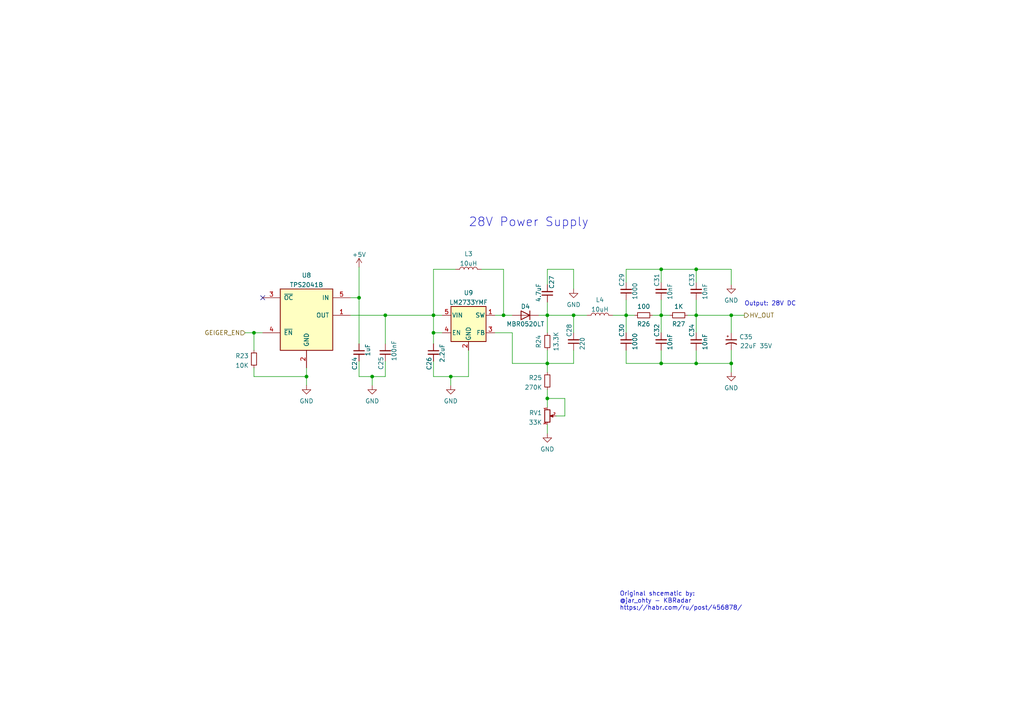
<source format=kicad_sch>
(kicad_sch (version 20211123) (generator eeschema)
  (paper "A4")
  (title_block (title "SiPM HV PSU") (date "2022-03-26") (rev "A0"))
  (lib_symbols
    (symbol "Device:CP1_Small" (pin_numbers hide) (pin_names (offset 0.254) hide)
      (property "Reference" "C" (at 0.254 1.778 0))
      (property "Value" "CP1_Small" (at 0.254 -2.032 0))
      (symbol "CP1_Small_0_1"
        (polyline (pts (xy -1.524 0.508) (xy 1.524 0.508)) (stroke (width 0.3048)))
        (polyline (pts (xy -1.27 1.524) (xy -0.762 1.524)))
        (polyline (pts (xy -1.016 1.27) (xy -1.016 1.778)))
        (arc (start 1.524 -0.762) (mid 0 -0.3734) (end -1.524 -0.762) (stroke (width 0.3048)))
      )
      (symbol "CP1_Small_1_1"
        (pin passive line (at 0 2.54 270) (length 2.032) (name "~") (number "1"))
        (pin passive line (at 0 -2.54 90) (length 2.032) (name "~") (number "2"))
      )
    )
    (symbol "Device:C_Small" (pin_numbers hide) (pin_names (offset 0.254) hide)
      (property "Reference" "C" (at 0.254 1.778 0))
      (property "Value" "C_Small" (at 0.254 -2.032 0))
      (symbol "C_Small_0_1"
        (polyline (pts (xy -1.524 -0.508) (xy 1.524 -0.508)) (stroke (width 0.3302)))
        (polyline (pts (xy -1.524 0.508) (xy 1.524 0.508)) (stroke (width 0.3048)))
      )
      (symbol "C_Small_1_1"
        (pin passive line (at 0 2.54 270) (length 2.032) (name "~") (number "1"))
        (pin passive line (at 0 -2.54 90) (length 2.032) (name "~") (number "2"))
      )
    )
    (symbol "Device:D" (pin_numbers hide) (pin_names (offset 1.016) hide)
      (property "Reference" "D" (at 0 2.54 0))
      (property "Value" "D" (at 0 -2.54 0))
      (symbol "D_0_1"
        (polyline (pts (xy -1.27 1.27) (xy -1.27 -1.27)) (stroke (width 0.254)))
        (polyline (pts (xy 1.27 0) (xy -1.27 0)))
        (polyline (pts (xy 1.27 1.27) (xy 1.27 -1.27) (xy -1.27 0) (xy 1.27 1.27)) (stroke (width 0.254)))
      )
      (symbol "D_1_1"
        (pin passive line (at -3.81 0 0) (length 2.54) (name "K") (number "1"))
        (pin passive line (at 3.81 0 180) (length 2.54) (name "A") (number "2"))
      )
    )
    (symbol "Device:L" (pin_numbers hide) (pin_names (offset 1.016) hide)
      (property "Reference" "L" (at -1.27 0 90))
      (property "Value" "L" (at 1.905 0 90))
      (symbol "L_0_1"
        (arc (start 0 -2.54) (mid 0.635 -1.905) (end 0 -1.27))
        (arc (start 0 -1.27) (mid 0.635 -0.635) (end 0 0))
        (arc (start 0 0) (mid 0.635 0.635) (end 0 1.27))
        (arc (start 0 1.27) (mid 0.635 1.905) (end 0 2.54))
      )
      (symbol "L_1_1"
        (pin passive line (at 0 3.81 270) (length 1.27) (name "1") (number "1"))
        (pin passive line (at 0 -3.81 90) (length 1.27) (name "2") (number "2"))
      )
    )
    (symbol "Device:R_POT_Small" (pin_names (offset 1.016) hide)
      (property "Reference" "RV" (at -4.445 0 90))
      (property "Value" "R_POT_Small" (at -2.54 0 90))
      (symbol "R_POT_Small_0_1"
        (polyline (pts (xy 0.889 0) (xy 0.635 0) (xy 1.651 0.381) (xy 1.651 -0.381) (xy 0.635 0) (xy 0.889 0)) (fill (type outline)))
        (rectangle (start 0.762 1.8034) (end -0.762 -1.8034) (stroke (width 0.254)))
      )
      (symbol "R_POT_Small_1_1"
        (pin passive line (at 0 2.54 270) (length 0.635) (name "1") (number "1"))
        (pin passive line (at 2.54 0 180) (length 0.9906) (name "2") (number "2"))
        (pin passive line (at 0 -2.54 90) (length 0.635) (name "3") (number "3"))
      )
    )
    (symbol "Device:R_Small" (pin_numbers hide) (pin_names (offset 0.254) hide)
      (property "Reference" "R" (at 0.762 0.508 0))
      (property "Value" "R_Small" (at 0.762 -1.016 0))
      (symbol "R_Small_0_1"
        (rectangle (start -0.762 1.778) (end 0.762 -1.778) (stroke (width 0.2032)))
      )
      (symbol "R_Small_1_1"
        (pin passive line (at 0 2.54 270) (length 0.762) (name "~") (number "1"))
        (pin passive line (at 0 -2.54 90) (length 0.762) (name "~") (number "2"))
      )
    )
    (symbol "Power_Management:TPS2041B" (pin_names (offset 1.016))
      (property "Reference" "U" (at 0 10.795 0))
      (property "Value" "TPS2041B" (at 0 8.89 0))
      (symbol "TPS2041B_0_1"
        (rectangle (start -7.62 7.62) (end 7.62 -10.16) (stroke (width 0.254)) (fill (type background)))
      )
      (symbol "TPS2041B_1_1"
        (pin power_out line (at 12.7 0 180) (length 5.08) (name "OUT") (number "1"))
        (pin power_in line (at 0 -15.24 90) (length 5.08) (name "GND") (number "2"))
        (pin open_collector line (at -12.7 5.08 0) (length 5.08) (name "~{OC}") (number "3"))
        (pin input line (at -12.7 -5.08 0) (length 5.08) (name "~{EN}") (number "4"))
        (pin power_in line (at 12.7 5.08 180) (length 5.08) (name "IN") (number "5"))
      )
    )
    (symbol "Regulator_Switching:LM2733YMF" (pin_names (offset 0.254))
      (property "Reference" "U" (at -5.08 6.35 0))
      (property "Value" "LM2733YMF" (at 0 6.35 0))
      (symbol "LM2733YMF_0_1"
        (rectangle (start -5.08 5.08) (end 5.08 -5.08) (stroke (width 0.254)) (fill (type background)))
      )
      (symbol "LM2733YMF_1_1"
        (pin output line (at 7.62 2.54 180) (length 2.54) (name "SW") (number "1"))
        (pin power_in line (at 0 -7.62 90) (length 2.54) (name "GND") (number "2"))
        (pin input line (at 7.62 -2.54 180) (length 2.54) (name "FB") (number "3"))
        (pin input line (at -7.62 -2.54 0) (length 2.54) (name "EN") (number "4"))
        (pin input line (at -7.62 2.54 0) (length 2.54) (name "VIN") (number "5"))
      )
    )
    (symbol "power:+5V" (power) (pin_names (offset 0))
      (property "Value" "+5V" (at 0 3.556 0))
      (symbol "+5V_0_1"
        (polyline (pts (xy -0.762 1.27) (xy 0 2.54)))
        (polyline (pts (xy 0 0) (xy 0 2.54)))
        (polyline (pts (xy 0 2.54) (xy 0.762 1.27)))
      )
      (symbol "+5V_1_1"
        (pin power_in line (at 0 0 90) (length 0) hide (name "+5V") (number "1"))
      )
    )
    (symbol "power:GND" (power) (pin_names (offset 0))
      (property "Value" "GND" (at 0 -3.81 0))
      (symbol "GND_0_1"
        (polyline (pts (xy 0 0) (xy 0 -1.27) (xy 1.27 -1.27) (xy 0 -2.54) (xy -1.27 -1.27) (xy 0 -1.27)))
      )
      (symbol "GND_1_1"
        (pin power_in line (at 0 0 270) (length 0) hide (name "GND") (number "1"))
      )
    )
  )
  (junction (at 191.77 105.41))
  (junction (at 104.14 86.36))
  (junction (at 125.73 91.44))
  (junction (at 191.77 78.105))
  (junction (at 181.61 91.44))
  (junction (at 107.95 109.22))
  (junction (at 191.77 91.44))
  (junction (at 201.93 105.41))
  (junction (at 166.37 91.44))
  (junction (at 146.05 91.44))
  (junction (at 111.76 91.44))
  (junction (at 73.66 96.52))
  (junction (at 212.09 105.41))
  (junction (at 212.09 91.44))
  (junction (at 201.93 78.105))
  (junction (at 158.75 91.44))
  (junction (at 201.93 91.44))
  (junction (at 158.75 105.41))
  (junction (at 130.7346 109.22))
  (junction (at 88.9 109.22))
  (junction (at 125.73 96.52))
  (junction (at 158.75 115.57))
  (no_connect (at 76.2 86.36))
  (wire (pts (xy 166.37 91.44) (xy 170.18 91.44)))
  (wire (pts (xy 139.7 78.105) (xy 146.05 78.105)))
  (wire (pts (xy 181.61 91.44) (xy 184.15 91.44)))
  (wire (pts (xy 191.77 101.6) (xy 191.77 105.41)))
  (wire (pts (xy 191.77 78.105) (xy 181.61 78.105)))
  (wire (pts (xy 201.93 91.44) (xy 212.09 91.44)))
  (wire (pts (xy 212.09 91.44) (xy 212.09 96.52)))
  (wire (pts (xy 201.93 105.41) (xy 212.09 105.41)))
  (wire (pts (xy 158.75 82.55) (xy 158.75 78.105)))
  (wire (pts (xy 166.37 91.44) (xy 166.37 96.52)))
  (wire (pts (xy 201.93 78.105) (xy 212.09 78.105)))
  (wire (pts (xy 111.76 91.44) (xy 125.73 91.44)))
  (wire (pts (xy 166.37 78.105) (xy 166.37 83.82)))
  (wire (pts (xy 201.93 91.44) (xy 201.93 96.52)))
  (wire (pts (xy 158.75 105.41) (xy 166.37 105.41)))
  (wire (pts (xy 125.73 91.44) (xy 128.27 91.44)))
  (wire (pts (xy 104.14 86.36) (xy 104.14 99.695)))
  (wire (pts (xy 158.75 115.57) (xy 158.75 118.11)))
  (wire (pts (xy 158.75 91.44) (xy 166.37 91.44)))
  (wire (pts (xy 212.09 82.55) (xy 212.09 78.105)))
  (wire (pts (xy 73.66 96.52) (xy 73.66 101.6)))
  (wire (pts (xy 201.93 101.6) (xy 201.93 105.41)))
  (wire (pts (xy 111.76 91.44) (xy 111.76 99.695)))
  (wire (pts (xy 111.76 109.22) (xy 111.76 104.775)))
  (wire (pts (xy 130.7346 109.22) (xy 135.89 109.22)))
  (wire (pts (xy 181.61 78.105) (xy 181.61 81.915)))
  (wire (pts (xy 146.05 91.44) (xy 148.59 91.44)))
  (wire (pts (xy 158.75 101.6) (xy 158.75 105.41)))
  (wire (pts (xy 73.66 96.52) (xy 76.2 96.52)))
  (wire (pts (xy 104.14 86.36) (xy 101.6 86.36)))
  (wire (pts (xy 125.73 109.22) (xy 130.7346 109.22)))
  (wire (pts (xy 189.23 91.44) (xy 191.77 91.44)))
  (wire (pts (xy 166.37 101.6) (xy 166.37 105.41)))
  (wire (pts (xy 201.93 78.105) (xy 201.93 81.915)))
  (wire (pts (xy 212.09 91.44) (xy 215.9 91.44)))
  (wire (pts (xy 130.7346 109.22) (xy 130.7346 111.76)))
  (wire (pts (xy 125.73 96.52) (xy 125.73 99.695)))
  (wire (pts (xy 201.93 105.41) (xy 191.77 105.41)))
  (wire (pts (xy 158.75 123.19) (xy 158.75 125.73)))
  (wire (pts (xy 135.89 101.6) (xy 135.89 109.22)))
  (wire (pts (xy 191.77 91.44) (xy 191.77 96.52)))
  (wire (pts (xy 88.9 106.68) (xy 88.9 109.22)))
  (wire (pts (xy 191.77 105.41) (xy 181.61 105.41)))
  (wire (pts (xy 143.51 91.44) (xy 146.05 91.44)))
  (wire (pts (xy 107.95 109.22) (xy 107.95 111.76)))
  (wire (pts (xy 158.75 113.03) (xy 158.75 115.57)))
  (wire (pts (xy 107.95 109.22) (xy 111.76 109.22)))
  (wire (pts (xy 104.14 104.775) (xy 104.14 109.22)))
  (wire (pts (xy 191.77 78.105) (xy 191.77 81.915)))
  (wire (pts (xy 125.73 91.44) (xy 125.73 96.52)))
  (wire (pts (xy 101.6 91.44) (xy 111.76 91.44)))
  (wire (pts (xy 158.75 91.44) (xy 156.21 91.44)))
  (wire (pts (xy 148.59 105.41) (xy 158.75 105.41)))
  (wire (pts (xy 191.77 91.44) (xy 194.31 91.44)))
  (wire (pts (xy 181.61 86.995) (xy 181.61 91.44)))
  (wire (pts (xy 212.09 105.41) (xy 212.09 107.95)))
  (wire (pts (xy 201.93 86.995) (xy 201.93 91.44)))
  (wire (pts (xy 125.73 78.105) (xy 125.73 91.44)))
  (wire (pts (xy 148.59 96.52) (xy 148.59 105.41)))
  (wire (pts (xy 104.14 77.47) (xy 104.14 86.36)))
  (wire (pts (xy 73.66 106.68) (xy 73.66 109.22)))
  (wire (pts (xy 199.39 91.44) (xy 201.93 91.44)))
  (wire (pts (xy 163.83 120.65) (xy 163.83 115.57)))
  (wire (pts (xy 125.73 96.52) (xy 128.27 96.52)))
  (wire (pts (xy 181.61 91.44) (xy 181.61 96.52)))
  (wire (pts (xy 181.61 101.6) (xy 181.61 105.41)))
  (wire (pts (xy 158.75 87.63) (xy 158.75 91.44)))
  (wire (pts (xy 132.08 78.105) (xy 125.73 78.105)))
  (wire (pts (xy 143.51 96.52) (xy 148.59 96.52)))
  (wire (pts (xy 191.77 86.995) (xy 191.77 91.44)))
  (wire (pts (xy 73.66 109.22) (xy 88.9 109.22)))
  (wire (pts (xy 125.73 104.775) (xy 125.73 109.22)))
  (wire (pts (xy 201.93 78.105) (xy 191.77 78.105)))
  (wire (pts (xy 158.75 115.57) (xy 163.83 115.57)))
  (wire (pts (xy 158.75 78.105) (xy 166.37 78.105)))
  (wire (pts (xy 177.8 91.44) (xy 181.61 91.44)))
  (wire (pts (xy 104.14 109.22) (xy 107.95 109.22)))
  (wire (pts (xy 161.29 120.65) (xy 163.83 120.65)))
  (wire (pts (xy 88.9 109.22) (xy 88.9 111.76)))
  (wire (pts (xy 158.75 105.41) (xy 158.75 107.95)))
  (wire (pts (xy 212.09 101.6) (xy 212.09 105.41)))
  (wire (pts (xy 158.75 91.44) (xy 158.75 96.52)))
  (wire (pts (xy 146.05 78.105) (xy 146.05 91.44)))
  (wire (pts (xy 71.12 96.52) (xy 73.66 96.52)))
  (text "Output: 28V DC" (at 215.9 88.9 0) (effects (font (size 1.27 1.27)) (justify left bottom)))
  (text "Original shcematic by:\n@jar_ohty - KBRadar\nhttps://habr.com/ru/post/456878/" (at 179.705 177.165 0) (effects (font (size 1.27 1.27)) (justify left bottom)))
  (text "28V Power Supply" (at 135.89 66.04 0) (effects (font (size 2.54 2.54)) (justify left bottom)))
  (hierarchical_label "GEIGER_EN" (shape input) (at 71.12 96.52 180))
  (hierarchical_label "HV_OUT" (shape output) (at 215.9 91.44 0))
  (symbol (lib_id "Device:C_Small") (at 166.37 99.06 0) (mirror x) (unit 1)
    (property "Reference" "C28" (at 165.1 97.79 90) (effects (justify right)))
    (property "Value" "220" (at 168.91 101.6 90) (effects (justify right)))
    (property "Footprint" "Capacitor_SMD:C_0402_1005Metric" (effects hide))
  )
  (symbol (lib_id "Device:C_Small") (at 181.61 84.455 0) (mirror x) (unit 1)
    (property "Reference" "C29" (at 180.34 83.185 90) (effects (justify right)))
    (property "Value" "1000" (at 184.15 86.995 90) (effects (justify right)))
    (property "Footprint" "Capacitor_SMD:C_0402_1005Metric" (effects hide))
  )
  (symbol (lib_id "Device:L") (at 173.99 91.44 90) (unit 1)
    (property "Reference" "L4" (at 173.99 86.9655 90))
    (property "Value" "10uH" (at 173.99 89.7406 90))
    (property "Footprint" "Inductor_SMD:L_1812_4532Metric" (effects hide))
  )
  (symbol (lib_id "Device:C_Small") (at 158.75 85.09 180) (unit 1)
    (property "Reference" "C27" (at 160.02 83.82 90) (effects (justify right)))
    (property "Value" "4.7uF" (at 156.21 87.63 90) (effects (justify right)))
    (property "Footprint" "Capacitor_SMD:C_0805_2012Metric" (effects hide))
  )
  (symbol (lib_id "Device:R_Small") (at 196.85 91.44 270) (unit 1)
    (property "Reference" "R27" (at 196.85 93.98 90))
    (property "Value" "1K" (at 196.85 88.9 90))
    (property "Footprint" "Resistor_SMD:R_0603_1608Metric" (effects hide))
  )
  (symbol (lib_id "Device:C_Small") (at 111.76 102.235 0) (mirror x) (unit 1)
    (property "Reference" "C25" (at 110.49 107.315 90) (effects (justify right)))
    (property "Value" "100nF" (at 114.3 104.775 90) (effects (justify right)))
    (property "Footprint" "Capacitor_SMD:C_0402_1005Metric" (effects hide))
  )
  (symbol (lib_id "power:GND") (at 166.37 83.82 0) (unit 1)
    (property "Reference" "#PWR057" (effects hide))
    (property "Value" "GND" (at 166.37 88.3825 0))
  )
  (symbol (lib_id "Device:R_Small") (at 158.75 110.49 0) (mirror x) (unit 1)
    (property "Reference" "R25" (at 157.2514 109.5815 0) (effects (justify right)))
    (property "Value" "270K" (at 157.2514 112.3566 0) (effects (justify right)))
    (property "Footprint" "Resistor_SMD:R_0402_1005Metric" (effects hide))
  )
  (symbol (lib_id "Device:CP1_Small") (at 212.09 99.06 0) (unit 1)
    (property "Reference" "C35" (at 214.4014 97.7197 0) (effects (justify left)))
    (property "Value" "22uF 35V" (at 214.63 100.33 0) (effects (justify left)))
    (property "Footprint" "Capacitor_Tantalum_SMD:CP_EIA-3216-10_Kemet-I" (effects hide))
  )
  (symbol (lib_id "power:GND") (at 107.95 111.76 0) (unit 1)
    (property "Reference" "#PWR054" (effects hide))
    (property "Value" "GND" (at 107.95 116.3225 0))
  )
  (symbol (lib_id "power:GND") (at 158.75 125.73 0) (unit 1)
    (property "Reference" "#PWR056" (effects hide))
    (property "Value" "GND" (at 158.75 130.2925 0))
  )
  (symbol (lib_id "Device:C_Small") (at 125.73 102.235 0) (unit 1)
    (property "Reference" "C26" (at 124.46 103.505 90) (effects (justify right)))
    (property "Value" "2.2uF" (at 128.27 99.695 90) (effects (justify right)))
    (property "Footprint" "Capacitor_SMD:C_0805_2012Metric" (effects hide))
  )
  (symbol (lib_id "Device:R_Small") (at 73.66 104.14 0) (mirror x) (unit 1)
    (property "Reference" "R23" (at 72.1614 103.2315 0) (effects (justify right)))
    (property "Value" "10K" (at 72.1614 106.0066 0) (effects (justify right)))
    (property "Footprint" "Resistor_SMD:R_0402_1005Metric" (effects hide))
  )
  (symbol (lib_id "power:GND") (at 212.09 82.55 0) (unit 1)
    (property "Reference" "#PWR058" (effects hide))
    (property "Value" "GND" (at 212.09 87.1125 0))
  )
  (symbol (lib_id "Device:C_Small") (at 201.93 99.06 0) (mirror x) (unit 1)
    (property "Reference" "C34" (at 200.66 97.79 90) (effects (justify right)))
    (property "Value" "10nF" (at 204.47 101.6 90) (effects (justify right)))
    (property "Footprint" "Capacitor_SMD:C_0402_1005Metric" (effects hide))
  )
  (symbol (lib_id "Device:R_Small") (at 158.75 99.06 180) (unit 1)
    (property "Reference" "R24" (at 156.21 99.06 90))
    (property "Value" "13.3K" (at 161.29 99.06 90))
    (property "Footprint" "Resistor_SMD:R_0402_1005Metric" (effects hide))
  )
  (symbol (lib_id "Device:C_Small") (at 181.61 99.06 0) (mirror x) (unit 1)
    (property "Reference" "C30" (at 180.34 97.79 90) (effects (justify right)))
    (property "Value" "1000" (at 184.15 101.6 90) (effects (justify right)))
    (property "Footprint" "Capacitor_SMD:C_0402_1005Metric" (effects hide))
  )
  (symbol (lib_id "Device:C_Small") (at 104.14 102.235 0) (unit 1)
    (property "Reference" "C24" (at 102.87 103.505 90) (effects (justify right)))
    (property "Value" "1uF" (at 106.68 99.695 90) (effects (justify right)))
    (property "Footprint" "Capacitor_SMD:C_0805_2012Metric" (effects hide))
  )
  (symbol (lib_id "power:+5V") (at 104.14 77.47 0) (unit 1)
    (property "Reference" "#PWR053" (effects hide))
    (property "Value" "+5V" (at 104.14 73.8655 0))
  )
  (symbol (lib_id "Device:C_Small") (at 191.77 99.06 0) (mirror x) (unit 1)
    (property "Reference" "C32" (at 190.5 97.79 90) (effects (justify right)))
    (property "Value" "10nF" (at 194.31 101.6 90) (effects (justify right)))
    (property "Footprint" "Capacitor_SMD:C_0402_1005Metric" (effects hide))
  )
  (symbol (lib_id "Device:D") (at 152.4 91.44 180) (unit 1)
    (property "Reference" "D4" (at 152.4 88.9 0))
    (property "Value" "MBR0520LT" (at 152.4 93.98 0))
    (property "Footprint" "Diode_SMD:D_SOD-123" (effects hide))
  )
  (symbol (lib_id "power:GND") (at 88.9 111.76 0) (unit 1)
    (property "Reference" "#PWR052" (effects hide))
    (property "Value" "GND" (at 88.9 116.3225 0))
  )
  (symbol (lib_id "Device:L") (at 135.89 78.105 90) (unit 1)
    (property "Reference" "L3" (at 135.89 73.6305 90))
    (property "Value" "10uH" (at 135.89 76.4056 90))
    (property "Footprint" "Inductor_SMD:L_1812_4532Metric" (effects hide))
  )
  (symbol (lib_id "power:GND") (at 212.09 107.95 0) (unit 1)
    (property "Reference" "#PWR059" (effects hide))
    (property "Value" "GND" (at 212.09 112.5125 0))
  )
  (symbol (lib_id "Regulator_Switching:LM2733YMF") (at 135.89 93.98 0) (unit 1)
    (property "Reference" "U9" (at 135.89 84.9335 0))
    (property "Value" "LM2733YMF" (at 135.89 87.7086 0))
    (property "Footprint" "Package_TO_SOT_SMD:SOT-23-5" (effects hide))
    (property "Datasheet" "http://www.ti.com/lit/ds/symlink/lm2733.pdf" (effects hide))
  )
  (symbol (lib_id "Device:C_Small") (at 201.93 84.455 0) (mirror x) (unit 1)
    (property "Reference" "C33" (at 200.66 83.185 90) (effects (justify right)))
    (property "Value" "10nF" (at 204.47 86.995 90) (effects (justify right)))
    (property "Footprint" "Capacitor_SMD:C_0402_1005Metric" (effects hide))
  )
  (symbol (lib_id "Power_Management:TPS2041B") (at 88.9 91.44 0) (unit 1)
    (property "Reference" "U8" (at 88.9 79.8535 0))
    (property "Value" "TPS2041B" (at 88.9 82.6286 0))
    (property "Footprint" "Package_TO_SOT_SMD:SOT-23-5" (effects hide))
    (property "Datasheet" "http://www.ti.com/lit/ds/symlink/tps2041.pdf" (effects hide))
  )
  (symbol (lib_id "power:GND") (at 130.7346 111.76 0) (unit 1)
    (property "Reference" "#PWR055" (effects hide))
    (property "Value" "GND" (at 130.7346 116.3225 0))
  )
  (symbol (lib_id "Device:C_Small") (at 191.77 84.455 0) (mirror x) (unit 1)
    (property "Reference" "C31" (at 190.5 83.185 90) (effects (justify right)))
    (property "Value" "10nF" (at 194.31 86.995 90) (effects (justify right)))
    (property "Footprint" "Capacitor_SMD:C_0402_1005Metric" (effects hide))
  )
  (symbol (lib_id "Device:R_POT_Small") (at 158.75 120.65 0) (unit 1)
    (property "Reference" "RV1" (at 157.2261 119.7415 0) (effects (justify right)))
    (property "Value" "33K" (at 157.2261 122.5166 0) (effects (justify right)))
    (property "Footprint" "Potentiometer_SMD:Potentiometer_Bourns_3224J_Horizontal" (effects hide))
  )
  (symbol (lib_id "Device:R_Small") (at 186.69 91.44 270) (unit 1)
    (property "Reference" "R26" (at 186.69 93.98 90))
    (property "Value" "100" (at 186.69 88.9 90))
    (property "Footprint" "Resistor_SMD:R_0603_1608Metric" (effects hide))
  )
)
</source>
